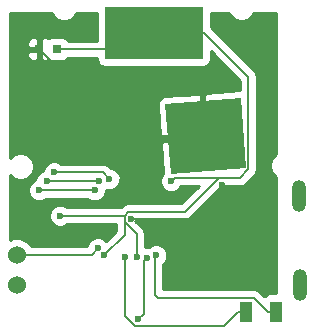
<source format=gbl>
G04 #@! TF.FileFunction,Copper,L2,Bot,Signal*
%FSLAX46Y46*%
G04 Gerber Fmt 4.6, Leading zero omitted, Abs format (unit mm)*
G04 Created by KiCad (PCBNEW 4.0.5+dfsg1-4) date Sun Sep  3 17:31:00 2017*
%MOMM*%
%LPD*%
G01*
G04 APERTURE LIST*
%ADD10C,0.100000*%
%ADD11R,1.000000X1.800000*%
%ADD12O,1.200000X2.700000*%
%ADD13R,8.300000X4.400000*%
%ADD14C,1.524000*%
%ADD15R,0.800000X0.750000*%
%ADD16C,0.600000*%
%ADD17C,0.177800*%
%ADD18C,0.254000*%
G04 APERTURE END LIST*
D10*
D11*
X117321000Y-84876000D03*
X119821000Y-84876000D03*
D12*
X121900000Y-82600000D03*
X121800000Y-75100000D03*
D10*
G36*
X110945242Y-73241821D02*
X110474487Y-67260317D01*
X116854758Y-66758179D01*
X117325513Y-72739683D01*
X110945242Y-73241821D01*
X110945242Y-73241821D01*
G37*
D13*
X109500000Y-61300000D03*
D14*
X97870000Y-82590000D03*
X97870000Y-80050000D03*
D15*
X101287000Y-62651000D03*
X99787000Y-62651000D03*
D16*
X108157000Y-85511000D03*
X108943200Y-80304000D03*
X104601000Y-78272000D03*
X101426000Y-78907000D03*
X113999000Y-78018000D03*
X115269000Y-74135200D03*
X115269000Y-72430000D03*
X107600000Y-77000000D03*
X101553000Y-76748000D03*
X105283300Y-80100800D03*
X108030000Y-80214285D03*
X110957657Y-73820343D03*
X109695513Y-80106514D03*
X107072454Y-80214286D03*
X104753400Y-79516600D03*
X99775000Y-74589000D03*
X104474000Y-74589000D03*
X100410000Y-73827000D03*
X104855000Y-73827000D03*
X101045000Y-73065000D03*
X105739834Y-73641300D03*
D17*
X108643201Y-85024799D02*
X108157000Y-85511000D01*
X108943200Y-80304000D02*
X108643201Y-80603999D01*
X108643201Y-80603999D02*
X108643201Y-85024799D01*
X107759000Y-70000000D02*
X107903000Y-70000000D01*
X107903000Y-70000000D02*
X113900000Y-70000000D01*
X99787000Y-62651000D02*
X99812000Y-62651000D01*
X99812000Y-62651000D02*
X107161000Y-70000000D01*
X107161000Y-70000000D02*
X107903000Y-70000000D01*
X101426000Y-78907000D02*
X103966000Y-78907000D01*
X103966000Y-78907000D02*
X104601000Y-78272000D01*
X113999000Y-78018000D02*
X113699001Y-77718001D01*
X113699001Y-77718001D02*
X113195001Y-77718001D01*
X113195001Y-77718001D02*
X112477000Y-77000000D01*
X112477000Y-77000000D02*
X115269000Y-74208000D01*
X115269000Y-74208000D02*
X115269000Y-74135200D01*
X107600000Y-77000000D02*
X112477000Y-77000000D01*
X114844736Y-72430000D02*
X115269000Y-72430000D01*
X107327983Y-76433299D02*
X112132183Y-76433299D01*
X107033299Y-76727983D02*
X107327983Y-76433299D01*
X101287000Y-62651000D02*
X108149000Y-62651000D01*
X108149000Y-62651000D02*
X109500000Y-61300000D01*
X101553000Y-76748000D02*
X107013282Y-76748000D01*
X107013282Y-76748000D02*
X107033299Y-76727983D01*
X105283300Y-80100800D02*
X107033299Y-78350801D01*
X107033299Y-78350801D02*
X107033299Y-77272017D01*
X111257656Y-73520344D02*
X115396000Y-73520344D01*
X112132183Y-76433299D02*
X115045138Y-73520344D01*
X115396000Y-73520344D02*
X116802038Y-73520344D01*
X115045138Y-73520344D02*
X115396000Y-73520344D01*
X108030000Y-80214285D02*
X108030000Y-78268718D01*
X108030000Y-78268718D02*
X107033299Y-77272017D01*
X107033299Y-77272017D02*
X107033299Y-76727983D01*
X110957657Y-73820343D02*
X111257656Y-73520344D01*
X116802038Y-73520344D02*
X117512223Y-72810159D01*
X117512223Y-72810159D02*
X117512223Y-65024423D01*
X117512223Y-65024423D02*
X113747800Y-61260000D01*
X113747800Y-61260000D02*
X109420000Y-61260000D01*
X109414000Y-61254000D02*
X109420000Y-61260000D01*
X109554000Y-83431598D02*
X109831701Y-83709299D01*
X109554000Y-80076082D02*
X109554000Y-83431598D01*
X117976499Y-83709299D02*
X119143200Y-84876000D01*
X119143200Y-84876000D02*
X119821000Y-84876000D01*
X109831701Y-83709299D02*
X117976499Y-83709299D01*
X117321000Y-84876000D02*
X116643200Y-84876000D01*
X116643200Y-84876000D02*
X115441499Y-86077701D01*
X115441499Y-86077701D02*
X107884983Y-86077701D01*
X107884983Y-86077701D02*
X107072454Y-85265172D01*
X107072454Y-85265172D02*
X107072454Y-80638550D01*
X107072454Y-80638550D02*
X107072454Y-80214286D01*
X104753400Y-79516600D02*
X104220000Y-80050000D01*
X104220000Y-80050000D02*
X97870000Y-80050000D01*
X104474000Y-74589000D02*
X99775000Y-74589000D01*
X104855000Y-73827000D02*
X100410000Y-73827000D01*
X105739834Y-73641300D02*
X105163534Y-73065000D01*
X105163534Y-73065000D02*
X101045000Y-73065000D01*
D18*
G36*
X115937233Y-59742086D02*
X116256235Y-60061645D01*
X116673244Y-60234803D01*
X117124775Y-60235197D01*
X117542086Y-60062767D01*
X117861645Y-59743765D01*
X117920096Y-59603000D01*
X119841000Y-59603000D01*
X119841000Y-71554118D01*
X119538355Y-71856235D01*
X119365197Y-72273244D01*
X119364803Y-72724775D01*
X119537233Y-73142086D01*
X119841000Y-73446383D01*
X119841000Y-83328560D01*
X119321000Y-83328560D01*
X119085683Y-83372838D01*
X118869559Y-83511910D01*
X118842485Y-83551535D01*
X118488374Y-83197424D01*
X118424244Y-83154574D01*
X118253524Y-83040503D01*
X118207562Y-83031360D01*
X117976499Y-82985398D01*
X117976494Y-82985399D01*
X110277900Y-82985399D01*
X110277900Y-80846280D01*
X110487705Y-80636841D01*
X110630351Y-80293313D01*
X110630675Y-79921347D01*
X110488630Y-79577571D01*
X110225840Y-79314322D01*
X109882312Y-79171676D01*
X109510346Y-79171352D01*
X109166570Y-79313397D01*
X109110724Y-79369145D01*
X108758033Y-79368838D01*
X108753900Y-79370546D01*
X108753900Y-78268723D01*
X108753901Y-78268718D01*
X108698796Y-77991694D01*
X108698796Y-77991693D01*
X108541875Y-77756843D01*
X107942231Y-77157199D01*
X112132178Y-77157199D01*
X112132183Y-77157200D01*
X112363246Y-77111238D01*
X112409208Y-77102095D01*
X112644058Y-76945174D01*
X115344987Y-74244244D01*
X116802033Y-74244244D01*
X116802038Y-74244245D01*
X117033101Y-74198283D01*
X117079063Y-74189140D01*
X117313913Y-74032219D01*
X117313914Y-74032218D01*
X118024095Y-73322036D01*
X118024098Y-73322034D01*
X118181019Y-73087184D01*
X118236123Y-72810159D01*
X118236123Y-65024428D01*
X118236124Y-65024423D01*
X118181019Y-64747399D01*
X118181019Y-64747398D01*
X118024098Y-64512548D01*
X114297440Y-60785890D01*
X114297440Y-59603000D01*
X115879763Y-59603000D01*
X115937233Y-59742086D01*
X115937233Y-59742086D01*
G37*
X115937233Y-59742086D02*
X116256235Y-60061645D01*
X116673244Y-60234803D01*
X117124775Y-60235197D01*
X117542086Y-60062767D01*
X117861645Y-59743765D01*
X117920096Y-59603000D01*
X119841000Y-59603000D01*
X119841000Y-71554118D01*
X119538355Y-71856235D01*
X119365197Y-72273244D01*
X119364803Y-72724775D01*
X119537233Y-73142086D01*
X119841000Y-73446383D01*
X119841000Y-83328560D01*
X119321000Y-83328560D01*
X119085683Y-83372838D01*
X118869559Y-83511910D01*
X118842485Y-83551535D01*
X118488374Y-83197424D01*
X118424244Y-83154574D01*
X118253524Y-83040503D01*
X118207562Y-83031360D01*
X117976499Y-82985398D01*
X117976494Y-82985399D01*
X110277900Y-82985399D01*
X110277900Y-80846280D01*
X110487705Y-80636841D01*
X110630351Y-80293313D01*
X110630675Y-79921347D01*
X110488630Y-79577571D01*
X110225840Y-79314322D01*
X109882312Y-79171676D01*
X109510346Y-79171352D01*
X109166570Y-79313397D01*
X109110724Y-79369145D01*
X108758033Y-79368838D01*
X108753900Y-79370546D01*
X108753900Y-78268723D01*
X108753901Y-78268718D01*
X108698796Y-77991694D01*
X108698796Y-77991693D01*
X108541875Y-77756843D01*
X107942231Y-77157199D01*
X112132178Y-77157199D01*
X112132183Y-77157200D01*
X112363246Y-77111238D01*
X112409208Y-77102095D01*
X112644058Y-76945174D01*
X115344987Y-74244244D01*
X116802033Y-74244244D01*
X116802038Y-74244245D01*
X117033101Y-74198283D01*
X117079063Y-74189140D01*
X117313913Y-74032219D01*
X117313914Y-74032218D01*
X118024095Y-73322036D01*
X118024098Y-73322034D01*
X118181019Y-73087184D01*
X118236123Y-72810159D01*
X118236123Y-65024428D01*
X118236124Y-65024423D01*
X118181019Y-64747399D01*
X118181019Y-64747398D01*
X118024098Y-64512548D01*
X114297440Y-60785890D01*
X114297440Y-59603000D01*
X115879763Y-59603000D01*
X115937233Y-59742086D01*
G36*
X100937233Y-59742086D02*
X101256235Y-60061645D01*
X101673244Y-60234803D01*
X102124775Y-60235197D01*
X102542086Y-60062767D01*
X102861645Y-59743765D01*
X102920096Y-59603000D01*
X104702560Y-59603000D01*
X104702560Y-61927100D01*
X102217073Y-61927100D01*
X102151090Y-61824559D01*
X101938890Y-61679569D01*
X101687000Y-61628560D01*
X100887000Y-61628560D01*
X100651683Y-61672838D01*
X100548354Y-61739329D01*
X100546698Y-61737673D01*
X100313309Y-61641000D01*
X100072750Y-61641000D01*
X99914000Y-61799750D01*
X99914000Y-62524000D01*
X99934000Y-62524000D01*
X99934000Y-62778000D01*
X99914000Y-62778000D01*
X99914000Y-63502250D01*
X100072750Y-63661000D01*
X100313309Y-63661000D01*
X100546698Y-63564327D01*
X100548068Y-63562957D01*
X100635110Y-63622431D01*
X100887000Y-63673440D01*
X101687000Y-63673440D01*
X101922317Y-63629162D01*
X102138441Y-63490090D01*
X102217147Y-63374900D01*
X104702560Y-63374900D01*
X104702560Y-63500000D01*
X104746838Y-63735317D01*
X104885910Y-63951441D01*
X105098110Y-64096431D01*
X105350000Y-64147440D01*
X113650000Y-64147440D01*
X113885317Y-64103162D01*
X114101441Y-63964090D01*
X114246431Y-63751890D01*
X114297440Y-63500000D01*
X114297440Y-62833390D01*
X116788323Y-65324273D01*
X116788323Y-66126444D01*
X113899670Y-66353786D01*
X113753865Y-66524502D01*
X114016644Y-69863427D01*
X114036582Y-69861858D01*
X114056511Y-70115075D01*
X114036573Y-70116644D01*
X114038142Y-70136582D01*
X113784925Y-70156511D01*
X113783356Y-70136573D01*
X110245047Y-70415044D01*
X110099242Y-70585760D01*
X110301392Y-73154326D01*
X110165465Y-73290016D01*
X110022819Y-73633544D01*
X110022495Y-74005510D01*
X110164540Y-74349286D01*
X110427330Y-74612535D01*
X110770858Y-74755181D01*
X111142824Y-74755505D01*
X111486600Y-74613460D01*
X111749849Y-74350670D01*
X111794041Y-74244244D01*
X113297489Y-74244244D01*
X111832333Y-75709399D01*
X107327983Y-75709399D01*
X107050958Y-75764503D01*
X106816108Y-75921424D01*
X106713432Y-76024100D01*
X102151500Y-76024100D01*
X102083327Y-75955808D01*
X101739799Y-75813162D01*
X101367833Y-75812838D01*
X101024057Y-75954883D01*
X100760808Y-76217673D01*
X100618162Y-76561201D01*
X100617838Y-76933167D01*
X100759883Y-77276943D01*
X101022673Y-77540192D01*
X101366201Y-77682838D01*
X101738167Y-77683162D01*
X102081943Y-77541117D01*
X102151281Y-77471900D01*
X106309399Y-77471900D01*
X106309399Y-78050952D01*
X105459681Y-78900669D01*
X105283727Y-78724408D01*
X104940199Y-78581762D01*
X104568233Y-78581438D01*
X104224457Y-78723483D01*
X103961208Y-78986273D01*
X103820099Y-79326100D01*
X99082447Y-79326100D01*
X99055010Y-79259697D01*
X98662370Y-78866371D01*
X98149100Y-78653243D01*
X97593339Y-78652758D01*
X97310000Y-78769831D01*
X97310000Y-74774167D01*
X98839838Y-74774167D01*
X98981883Y-75117943D01*
X99244673Y-75381192D01*
X99588201Y-75523838D01*
X99960167Y-75524162D01*
X100303943Y-75382117D01*
X100373281Y-75312900D01*
X103875500Y-75312900D01*
X103943673Y-75381192D01*
X104287201Y-75523838D01*
X104659167Y-75524162D01*
X105002943Y-75382117D01*
X105266192Y-75119327D01*
X105408838Y-74775799D01*
X105408995Y-74595108D01*
X105464730Y-74539471D01*
X105553035Y-74576138D01*
X105925001Y-74576462D01*
X106268777Y-74434417D01*
X106532026Y-74171627D01*
X106674672Y-73828099D01*
X106674996Y-73456133D01*
X106532951Y-73112357D01*
X106270161Y-72849108D01*
X105926633Y-72706462D01*
X105828660Y-72706377D01*
X105675409Y-72553125D01*
X105542782Y-72464507D01*
X105440559Y-72396204D01*
X105394597Y-72387061D01*
X105163534Y-72341099D01*
X105163529Y-72341100D01*
X101643500Y-72341100D01*
X101575327Y-72272808D01*
X101231799Y-72130162D01*
X100859833Y-72129838D01*
X100516057Y-72271883D01*
X100252808Y-72534673D01*
X100110162Y-72878201D01*
X100110109Y-72939241D01*
X99881057Y-73033883D01*
X99617808Y-73296673D01*
X99475162Y-73640201D01*
X99475109Y-73701241D01*
X99246057Y-73795883D01*
X98982808Y-74058673D01*
X98840162Y-74402201D01*
X98839838Y-74774167D01*
X97310000Y-74774167D01*
X97310000Y-73314980D01*
X97556235Y-73561645D01*
X97973244Y-73734803D01*
X98424775Y-73735197D01*
X98842086Y-73562767D01*
X99161645Y-73243765D01*
X99334803Y-72826756D01*
X99335197Y-72375225D01*
X99162767Y-71957914D01*
X98843765Y-71638355D01*
X98426756Y-71465197D01*
X97975225Y-71464803D01*
X97557914Y-71637233D01*
X97310000Y-71884715D01*
X97310000Y-67184218D01*
X109831535Y-67184218D01*
X109851355Y-67436058D01*
X110054402Y-70016022D01*
X110225118Y-70161827D01*
X113763427Y-69883356D01*
X113500648Y-66544430D01*
X113329932Y-66398625D01*
X110298746Y-66637185D01*
X110073661Y-66751871D01*
X109909598Y-66943964D01*
X109831535Y-67184218D01*
X97310000Y-67184218D01*
X97310000Y-62936750D01*
X98752000Y-62936750D01*
X98752000Y-63152310D01*
X98848673Y-63385699D01*
X99027302Y-63564327D01*
X99260691Y-63661000D01*
X99501250Y-63661000D01*
X99660000Y-63502250D01*
X99660000Y-62778000D01*
X98910750Y-62778000D01*
X98752000Y-62936750D01*
X97310000Y-62936750D01*
X97310000Y-62149690D01*
X98752000Y-62149690D01*
X98752000Y-62365250D01*
X98910750Y-62524000D01*
X99660000Y-62524000D01*
X99660000Y-61799750D01*
X99501250Y-61641000D01*
X99260691Y-61641000D01*
X99027302Y-61737673D01*
X98848673Y-61916301D01*
X98752000Y-62149690D01*
X97310000Y-62149690D01*
X97310000Y-59603000D01*
X100879763Y-59603000D01*
X100937233Y-59742086D01*
X100937233Y-59742086D01*
G37*
X100937233Y-59742086D02*
X101256235Y-60061645D01*
X101673244Y-60234803D01*
X102124775Y-60235197D01*
X102542086Y-60062767D01*
X102861645Y-59743765D01*
X102920096Y-59603000D01*
X104702560Y-59603000D01*
X104702560Y-61927100D01*
X102217073Y-61927100D01*
X102151090Y-61824559D01*
X101938890Y-61679569D01*
X101687000Y-61628560D01*
X100887000Y-61628560D01*
X100651683Y-61672838D01*
X100548354Y-61739329D01*
X100546698Y-61737673D01*
X100313309Y-61641000D01*
X100072750Y-61641000D01*
X99914000Y-61799750D01*
X99914000Y-62524000D01*
X99934000Y-62524000D01*
X99934000Y-62778000D01*
X99914000Y-62778000D01*
X99914000Y-63502250D01*
X100072750Y-63661000D01*
X100313309Y-63661000D01*
X100546698Y-63564327D01*
X100548068Y-63562957D01*
X100635110Y-63622431D01*
X100887000Y-63673440D01*
X101687000Y-63673440D01*
X101922317Y-63629162D01*
X102138441Y-63490090D01*
X102217147Y-63374900D01*
X104702560Y-63374900D01*
X104702560Y-63500000D01*
X104746838Y-63735317D01*
X104885910Y-63951441D01*
X105098110Y-64096431D01*
X105350000Y-64147440D01*
X113650000Y-64147440D01*
X113885317Y-64103162D01*
X114101441Y-63964090D01*
X114246431Y-63751890D01*
X114297440Y-63500000D01*
X114297440Y-62833390D01*
X116788323Y-65324273D01*
X116788323Y-66126444D01*
X113899670Y-66353786D01*
X113753865Y-66524502D01*
X114016644Y-69863427D01*
X114036582Y-69861858D01*
X114056511Y-70115075D01*
X114036573Y-70116644D01*
X114038142Y-70136582D01*
X113784925Y-70156511D01*
X113783356Y-70136573D01*
X110245047Y-70415044D01*
X110099242Y-70585760D01*
X110301392Y-73154326D01*
X110165465Y-73290016D01*
X110022819Y-73633544D01*
X110022495Y-74005510D01*
X110164540Y-74349286D01*
X110427330Y-74612535D01*
X110770858Y-74755181D01*
X111142824Y-74755505D01*
X111486600Y-74613460D01*
X111749849Y-74350670D01*
X111794041Y-74244244D01*
X113297489Y-74244244D01*
X111832333Y-75709399D01*
X107327983Y-75709399D01*
X107050958Y-75764503D01*
X106816108Y-75921424D01*
X106713432Y-76024100D01*
X102151500Y-76024100D01*
X102083327Y-75955808D01*
X101739799Y-75813162D01*
X101367833Y-75812838D01*
X101024057Y-75954883D01*
X100760808Y-76217673D01*
X100618162Y-76561201D01*
X100617838Y-76933167D01*
X100759883Y-77276943D01*
X101022673Y-77540192D01*
X101366201Y-77682838D01*
X101738167Y-77683162D01*
X102081943Y-77541117D01*
X102151281Y-77471900D01*
X106309399Y-77471900D01*
X106309399Y-78050952D01*
X105459681Y-78900669D01*
X105283727Y-78724408D01*
X104940199Y-78581762D01*
X104568233Y-78581438D01*
X104224457Y-78723483D01*
X103961208Y-78986273D01*
X103820099Y-79326100D01*
X99082447Y-79326100D01*
X99055010Y-79259697D01*
X98662370Y-78866371D01*
X98149100Y-78653243D01*
X97593339Y-78652758D01*
X97310000Y-78769831D01*
X97310000Y-74774167D01*
X98839838Y-74774167D01*
X98981883Y-75117943D01*
X99244673Y-75381192D01*
X99588201Y-75523838D01*
X99960167Y-75524162D01*
X100303943Y-75382117D01*
X100373281Y-75312900D01*
X103875500Y-75312900D01*
X103943673Y-75381192D01*
X104287201Y-75523838D01*
X104659167Y-75524162D01*
X105002943Y-75382117D01*
X105266192Y-75119327D01*
X105408838Y-74775799D01*
X105408995Y-74595108D01*
X105464730Y-74539471D01*
X105553035Y-74576138D01*
X105925001Y-74576462D01*
X106268777Y-74434417D01*
X106532026Y-74171627D01*
X106674672Y-73828099D01*
X106674996Y-73456133D01*
X106532951Y-73112357D01*
X106270161Y-72849108D01*
X105926633Y-72706462D01*
X105828660Y-72706377D01*
X105675409Y-72553125D01*
X105542782Y-72464507D01*
X105440559Y-72396204D01*
X105394597Y-72387061D01*
X105163534Y-72341099D01*
X105163529Y-72341100D01*
X101643500Y-72341100D01*
X101575327Y-72272808D01*
X101231799Y-72130162D01*
X100859833Y-72129838D01*
X100516057Y-72271883D01*
X100252808Y-72534673D01*
X100110162Y-72878201D01*
X100110109Y-72939241D01*
X99881057Y-73033883D01*
X99617808Y-73296673D01*
X99475162Y-73640201D01*
X99475109Y-73701241D01*
X99246057Y-73795883D01*
X98982808Y-74058673D01*
X98840162Y-74402201D01*
X98839838Y-74774167D01*
X97310000Y-74774167D01*
X97310000Y-73314980D01*
X97556235Y-73561645D01*
X97973244Y-73734803D01*
X98424775Y-73735197D01*
X98842086Y-73562767D01*
X99161645Y-73243765D01*
X99334803Y-72826756D01*
X99335197Y-72375225D01*
X99162767Y-71957914D01*
X98843765Y-71638355D01*
X98426756Y-71465197D01*
X97975225Y-71464803D01*
X97557914Y-71637233D01*
X97310000Y-71884715D01*
X97310000Y-67184218D01*
X109831535Y-67184218D01*
X109851355Y-67436058D01*
X110054402Y-70016022D01*
X110225118Y-70161827D01*
X113763427Y-69883356D01*
X113500648Y-66544430D01*
X113329932Y-66398625D01*
X110298746Y-66637185D01*
X110073661Y-66751871D01*
X109909598Y-66943964D01*
X109831535Y-67184218D01*
X97310000Y-67184218D01*
X97310000Y-62936750D01*
X98752000Y-62936750D01*
X98752000Y-63152310D01*
X98848673Y-63385699D01*
X99027302Y-63564327D01*
X99260691Y-63661000D01*
X99501250Y-63661000D01*
X99660000Y-63502250D01*
X99660000Y-62778000D01*
X98910750Y-62778000D01*
X98752000Y-62936750D01*
X97310000Y-62936750D01*
X97310000Y-62149690D01*
X98752000Y-62149690D01*
X98752000Y-62365250D01*
X98910750Y-62524000D01*
X99660000Y-62524000D01*
X99660000Y-61799750D01*
X99501250Y-61641000D01*
X99260691Y-61641000D01*
X99027302Y-61737673D01*
X98848673Y-61916301D01*
X98752000Y-62149690D01*
X97310000Y-62149690D01*
X97310000Y-59603000D01*
X100879763Y-59603000D01*
X100937233Y-59742086D01*
M02*

</source>
